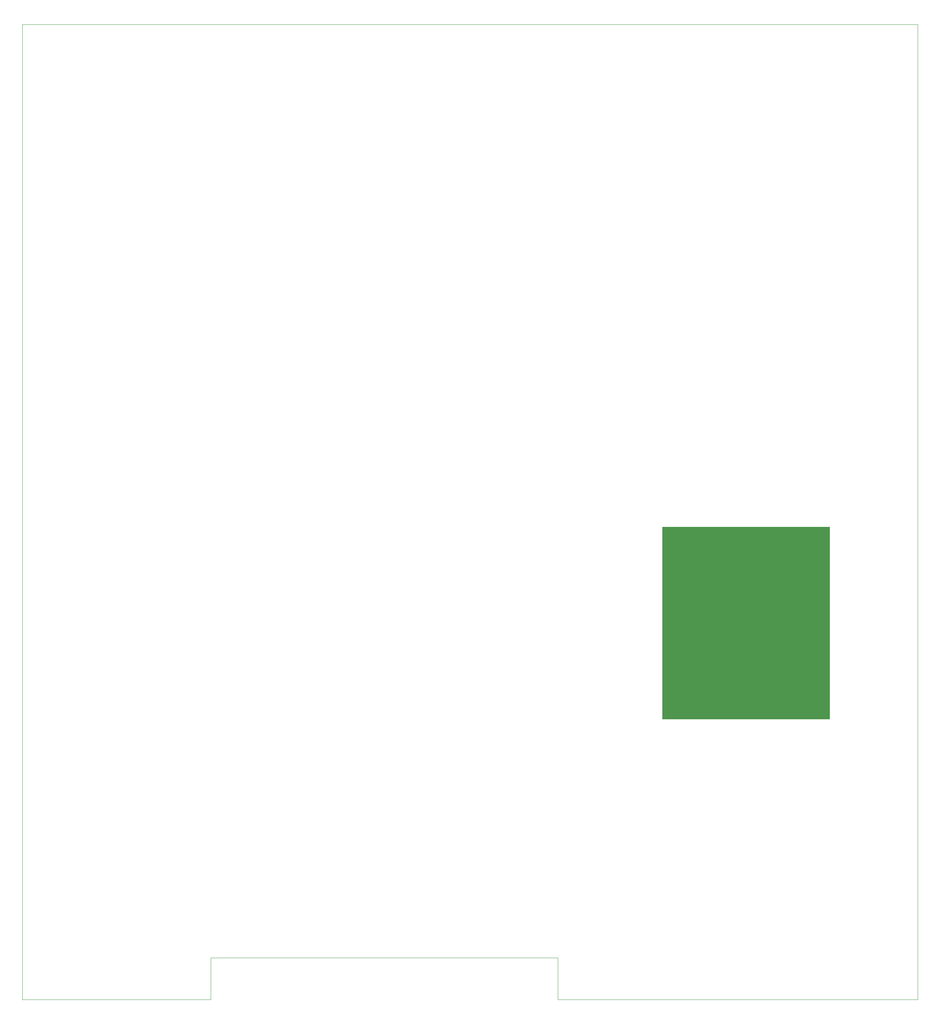
<source format=gbr>
%FSTAX23Y23*%
%MOIN*%
%SFA1B1*%

%IPPOS*%
%ADD52C,0.001000*%
%LNkeyboardmain_profile-1*%
%LPD*%
G36*
X07598Y04448D02*
X06023D01*
Y02637*
X07598*
Y04448*
G37*
G54D52*
X0Y0D02*
Y09173D01*
X08425*
Y0*
X05039*
Y00393*
X01771*
Y0*
X0*
M02*
</source>
